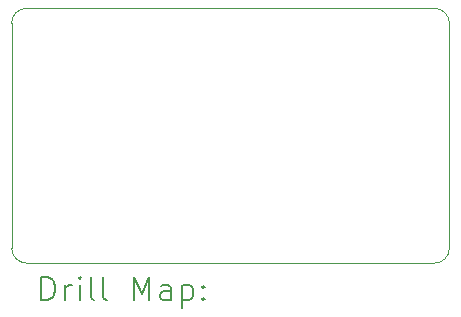
<source format=gbr>
%TF.GenerationSoftware,KiCad,Pcbnew,(6.0.8)*%
%TF.CreationDate,2023-02-11T17:00:48+01:00*%
%TF.ProjectId,BTS50010_TestBoard,42545335-3030-4313-905f-54657374426f,rev?*%
%TF.SameCoordinates,Original*%
%TF.FileFunction,Drillmap*%
%TF.FilePolarity,Positive*%
%FSLAX45Y45*%
G04 Gerber Fmt 4.5, Leading zero omitted, Abs format (unit mm)*
G04 Created by KiCad (PCBNEW (6.0.8)) date 2023-02-11 17:00:48*
%MOMM*%
%LPD*%
G01*
G04 APERTURE LIST*
%ADD10C,0.100000*%
%ADD11C,0.200000*%
G04 APERTURE END LIST*
D10*
X6781800Y-4572000D02*
X6780897Y-2667903D01*
X3201303Y-2540903D02*
X6653897Y-2540903D01*
X3074303Y-4571097D02*
X3074303Y-2667903D01*
X6654800Y-4699000D02*
X3201303Y-4698097D01*
X3201303Y-2540903D02*
G75*
G03*
X3074303Y-2667903I-3J-126997D01*
G01*
X3074303Y-4571097D02*
G75*
G03*
X3201303Y-4698097I126997J-3D01*
G01*
X6654800Y-4699000D02*
G75*
G03*
X6781800Y-4572000I0J127000D01*
G01*
X6780897Y-2667903D02*
G75*
G03*
X6653897Y-2540903I-126997J3D01*
G01*
D11*
X3326922Y-5014476D02*
X3326922Y-4814476D01*
X3374541Y-4814476D01*
X3403112Y-4824000D01*
X3422160Y-4843048D01*
X3431683Y-4862095D01*
X3441207Y-4900190D01*
X3441207Y-4928762D01*
X3431683Y-4966857D01*
X3422160Y-4985905D01*
X3403112Y-5004952D01*
X3374541Y-5014476D01*
X3326922Y-5014476D01*
X3526922Y-5014476D02*
X3526922Y-4881143D01*
X3526922Y-4919238D02*
X3536445Y-4900190D01*
X3545969Y-4890667D01*
X3565017Y-4881143D01*
X3584064Y-4881143D01*
X3650731Y-5014476D02*
X3650731Y-4881143D01*
X3650731Y-4814476D02*
X3641207Y-4824000D01*
X3650731Y-4833524D01*
X3660255Y-4824000D01*
X3650731Y-4814476D01*
X3650731Y-4833524D01*
X3774541Y-5014476D02*
X3755493Y-5004952D01*
X3745969Y-4985905D01*
X3745969Y-4814476D01*
X3879303Y-5014476D02*
X3860255Y-5004952D01*
X3850731Y-4985905D01*
X3850731Y-4814476D01*
X4107874Y-5014476D02*
X4107874Y-4814476D01*
X4174541Y-4957333D01*
X4241207Y-4814476D01*
X4241207Y-5014476D01*
X4422160Y-5014476D02*
X4422160Y-4909714D01*
X4412636Y-4890667D01*
X4393588Y-4881143D01*
X4355493Y-4881143D01*
X4336445Y-4890667D01*
X4422160Y-5004952D02*
X4403112Y-5014476D01*
X4355493Y-5014476D01*
X4336445Y-5004952D01*
X4326922Y-4985905D01*
X4326922Y-4966857D01*
X4336445Y-4947810D01*
X4355493Y-4938286D01*
X4403112Y-4938286D01*
X4422160Y-4928762D01*
X4517398Y-4881143D02*
X4517398Y-5081143D01*
X4517398Y-4890667D02*
X4536445Y-4881143D01*
X4574541Y-4881143D01*
X4593588Y-4890667D01*
X4603112Y-4900190D01*
X4612636Y-4919238D01*
X4612636Y-4976381D01*
X4603112Y-4995429D01*
X4593588Y-5004952D01*
X4574541Y-5014476D01*
X4536445Y-5014476D01*
X4517398Y-5004952D01*
X4698350Y-4995429D02*
X4707874Y-5004952D01*
X4698350Y-5014476D01*
X4688826Y-5004952D01*
X4698350Y-4995429D01*
X4698350Y-5014476D01*
X4698350Y-4890667D02*
X4707874Y-4900190D01*
X4698350Y-4909714D01*
X4688826Y-4900190D01*
X4698350Y-4890667D01*
X4698350Y-4909714D01*
M02*

</source>
